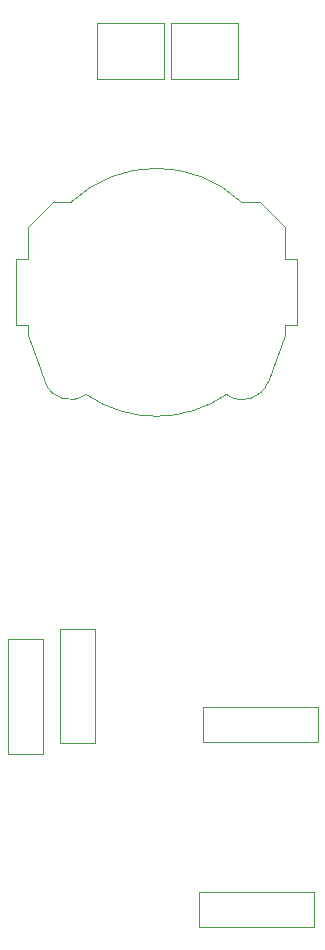
<source format=gbr>
%TF.GenerationSoftware,KiCad,Pcbnew,9.0.2*%
%TF.CreationDate,2025-07-03T20:52:15-07:00*%
%TF.ProjectId,solder,736f6c64-6572-42e6-9b69-6361645f7063,rev?*%
%TF.SameCoordinates,Original*%
%TF.FileFunction,Other,User*%
%FSLAX46Y46*%
G04 Gerber Fmt 4.6, Leading zero omitted, Abs format (unit mm)*
G04 Created by KiCad (PCBNEW 9.0.2) date 2025-07-03 20:52:15*
%MOMM*%
%LPD*%
G01*
G04 APERTURE LIST*
%ADD10C,0.050000*%
G04 APERTURE END LIST*
D10*
%TO.C,BT1*%
X126833829Y-75283649D02*
X127823829Y-75283649D01*
X126833829Y-80863649D02*
X126833829Y-75283649D01*
X127823829Y-72573649D02*
X129963829Y-70433649D01*
X127823829Y-75283649D02*
X127823829Y-72573649D01*
X127823829Y-80863649D02*
X126833829Y-80863649D01*
X127823829Y-81713649D02*
X127823829Y-80863649D01*
X129273829Y-85703649D02*
X127823829Y-81713649D01*
X129963829Y-70433649D02*
X131503829Y-70433649D01*
X145903829Y-70433649D02*
X147443829Y-70433649D01*
X147443829Y-70433649D02*
X149583829Y-72573649D01*
X149583829Y-72573649D02*
X149583829Y-75283649D01*
X149583829Y-75283649D02*
X150573829Y-75283649D01*
X149583829Y-80863649D02*
X149583829Y-81713649D01*
X149583829Y-81713649D02*
X148143829Y-85693649D01*
X150573829Y-75283649D02*
X150573829Y-80863649D01*
X150573829Y-80863649D02*
X149583829Y-80863649D01*
X131503829Y-70433649D02*
G75*
G02*
X145903375Y-70433222I7200000J-7640003D01*
G01*
X132743829Y-86713649D02*
G75*
G02*
X129288685Y-85694990I-1350000J1790000D01*
G01*
X144663829Y-86713649D02*
G75*
G02*
X132758461Y-86723724I-5960000J8640001D01*
G01*
X148133829Y-85693649D02*
G75*
G02*
X144660794Y-86728253I-2120000J770000D01*
G01*
%TO.C,R3*%
X142310000Y-131820000D02*
X152030000Y-131820000D01*
X152030000Y-128820000D01*
X142310000Y-128820000D01*
X142310000Y-131820000D01*
%TO.C,R2*%
X126150000Y-107410000D02*
X129150000Y-107410000D01*
X129150000Y-117130000D01*
X126150000Y-117130000D01*
X126150000Y-107410000D01*
%TO.C,R1*%
X130520000Y-106550000D02*
X133520000Y-106550000D01*
X133520000Y-116270000D01*
X130520000Y-116270000D01*
X130520000Y-106550000D01*
%TO.C,R4*%
X152350000Y-113160000D02*
X142630000Y-113160000D01*
X142630000Y-116160000D01*
X152350000Y-116160000D01*
X152350000Y-113160000D01*
%TO.C,R5*%
X139930000Y-60000000D02*
X139930000Y-55300000D01*
X139930000Y-60000000D02*
X145590000Y-60000000D01*
X145590000Y-55300000D02*
X139930000Y-55300000D01*
X145590000Y-55300000D02*
X145590000Y-60000000D01*
%TO.C,R6*%
X133700000Y-59980000D02*
X133700000Y-55280000D01*
X133700000Y-59980000D02*
X139360000Y-59980000D01*
X139360000Y-55280000D02*
X133700000Y-55280000D01*
X139360000Y-55280000D02*
X139360000Y-59980000D01*
%TD*%
M02*

</source>
